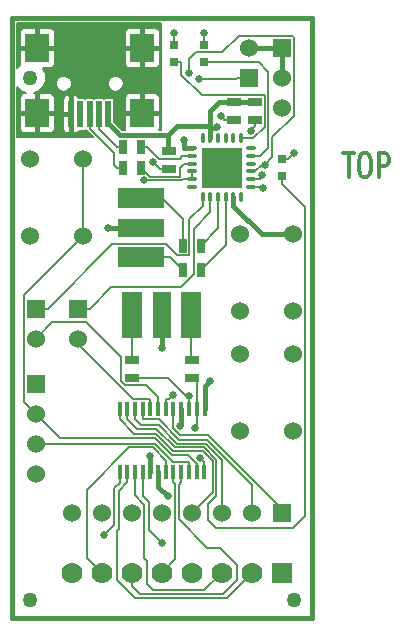
<source format=gtl>
G04 (created by PCBNEW-RS274X (2012-01-19 BZR 3256)-stable) date 9/30/2012 4:07:16 PM*
G01*
G70*
G90*
%MOIN*%
G04 Gerber Fmt 3.4, Leading zero omitted, Abs format*
%FSLAX34Y34*%
G04 APERTURE LIST*
%ADD10C,0.006000*%
%ADD11C,0.012000*%
%ADD12C,0.015000*%
%ADD13R,0.137800X0.137800*%
%ADD14O,0.039400X0.011800*%
%ADD15O,0.011800X0.039400*%
%ADD16R,0.079000X0.098000*%
%ADD17R,0.020000X0.091000*%
%ADD18C,0.060000*%
%ADD19R,0.016000X0.050000*%
%ADD20R,0.045000X0.025000*%
%ADD21R,0.025000X0.045000*%
%ADD22R,0.031400X0.031400*%
%ADD23R,0.060000X0.060000*%
%ADD24R,0.066900X0.157500*%
%ADD25R,0.059100X0.157500*%
%ADD26R,0.157500X0.066900*%
%ADD27R,0.157500X0.059100*%
%ADD28C,0.050000*%
%ADD29C,0.070000*%
%ADD30R,0.070000X0.070000*%
%ADD31C,0.025000*%
G04 APERTURE END LIST*
G54D10*
G54D11*
X71057Y-34524D02*
X71400Y-34524D01*
X71229Y-35324D02*
X71229Y-34524D01*
X71714Y-34524D02*
X71828Y-34524D01*
X71886Y-34562D01*
X71943Y-34638D01*
X71971Y-34790D01*
X71971Y-35057D01*
X71943Y-35210D01*
X71886Y-35286D01*
X71828Y-35324D01*
X71714Y-35324D01*
X71657Y-35286D01*
X71600Y-35210D01*
X71571Y-35057D01*
X71571Y-34790D01*
X71600Y-34638D01*
X71657Y-34562D01*
X71714Y-34524D01*
X72229Y-35324D02*
X72229Y-34524D01*
X72457Y-34524D01*
X72515Y-34562D01*
X72543Y-34600D01*
X72572Y-34676D01*
X72572Y-34790D01*
X72543Y-34867D01*
X72515Y-34905D01*
X72457Y-34943D01*
X72229Y-34943D01*
G54D12*
X60000Y-50000D02*
X70000Y-50000D01*
X60000Y-30000D02*
X60000Y-50000D01*
X70000Y-30000D02*
X60000Y-30000D01*
X70000Y-30000D02*
X70000Y-50000D01*
G54D13*
X67000Y-35000D03*
G54D14*
X67986Y-35640D03*
X67984Y-35384D03*
X67984Y-35128D03*
X67984Y-34872D03*
X67984Y-34616D03*
X67984Y-34360D03*
G54D15*
X67640Y-34016D03*
X67384Y-34016D03*
X67128Y-34016D03*
X66872Y-34016D03*
X66616Y-34016D03*
X66360Y-34016D03*
G54D14*
X66016Y-34360D03*
X66016Y-34616D03*
X66016Y-34872D03*
X66016Y-35128D03*
X66016Y-35384D03*
X66016Y-35640D03*
G54D15*
X66360Y-35984D03*
X66616Y-35984D03*
X66872Y-35984D03*
X67128Y-35984D03*
X67384Y-35984D03*
X67640Y-35984D03*
G54D16*
X64350Y-31020D03*
X60850Y-31020D03*
X60850Y-33190D03*
G54D17*
X63220Y-33225D03*
X61980Y-33225D03*
X62290Y-33225D03*
X62910Y-33225D03*
X62600Y-33225D03*
G54D16*
X64350Y-33190D03*
G54D18*
X67615Y-39780D03*
X67615Y-37220D03*
X69385Y-39780D03*
X69385Y-37220D03*
X62385Y-34720D03*
X62385Y-37280D03*
X60615Y-34720D03*
X60615Y-37280D03*
X67615Y-43780D03*
X67615Y-41220D03*
X69385Y-43780D03*
X69385Y-41220D03*
G54D19*
X63600Y-45150D03*
X63850Y-45150D03*
X64110Y-45150D03*
X64370Y-45150D03*
X64620Y-45150D03*
X64880Y-45150D03*
X65140Y-45150D03*
X65390Y-45150D03*
X65650Y-45150D03*
X65900Y-45150D03*
X66160Y-45150D03*
X66420Y-45150D03*
X66430Y-43050D03*
X66160Y-43050D03*
X65900Y-43050D03*
X65650Y-43050D03*
X65390Y-43050D03*
X65140Y-43050D03*
X64880Y-43050D03*
X64620Y-43050D03*
X64370Y-43050D03*
X64110Y-43050D03*
X63850Y-43050D03*
X63600Y-43050D03*
G54D20*
X68100Y-33400D03*
X68100Y-32800D03*
X67400Y-33400D03*
X67400Y-32800D03*
X65250Y-35050D03*
X65250Y-34450D03*
G54D21*
X65700Y-37600D03*
X66300Y-37600D03*
X65700Y-38400D03*
X66300Y-38400D03*
X63700Y-35000D03*
X64300Y-35000D03*
X63700Y-34300D03*
X64300Y-34300D03*
G54D20*
X64000Y-41400D03*
X64000Y-42000D03*
X66000Y-41400D03*
X66000Y-42000D03*
G54D22*
X69000Y-35295D03*
X69000Y-34705D03*
X65400Y-31495D03*
X65400Y-30905D03*
X66400Y-31495D03*
X66400Y-30905D03*
G54D18*
X63000Y-46500D03*
X64000Y-46500D03*
X62000Y-46500D03*
X65000Y-46500D03*
X66000Y-46500D03*
G54D23*
X69000Y-46500D03*
G54D18*
X68000Y-46500D03*
X67000Y-46500D03*
G54D23*
X69000Y-31000D03*
G54D18*
X69000Y-32000D03*
X69000Y-33000D03*
G54D23*
X62200Y-39700D03*
G54D18*
X62200Y-40700D03*
G54D23*
X60800Y-39700D03*
G54D18*
X60800Y-40700D03*
G54D23*
X67900Y-32000D03*
G54D18*
X67900Y-31000D03*
G54D24*
X65984Y-39900D03*
G54D25*
X65000Y-39900D03*
G54D24*
X64016Y-39900D03*
G54D26*
X64300Y-36016D03*
G54D27*
X64300Y-37000D03*
G54D26*
X64300Y-37984D03*
G54D18*
X60800Y-45200D03*
G54D23*
X60800Y-42200D03*
G54D18*
X60800Y-43200D03*
X60800Y-44200D03*
G54D28*
X60600Y-49400D03*
X60600Y-32000D03*
X69400Y-49400D03*
G54D29*
X63000Y-48500D03*
X64000Y-48500D03*
X62000Y-48500D03*
X65000Y-48500D03*
X66000Y-48500D03*
G54D30*
X69000Y-48500D03*
G54D29*
X68000Y-48500D03*
X67000Y-48500D03*
G54D31*
X66835Y-33631D03*
X63080Y-47250D03*
X65020Y-47520D03*
X63000Y-31000D03*
X63200Y-37000D03*
X65200Y-45950D03*
X66600Y-42100D03*
X62500Y-31500D03*
X62000Y-31000D03*
X65000Y-41000D03*
X64500Y-32000D03*
X65726Y-34095D03*
X62500Y-30500D03*
X64100Y-39900D03*
X65900Y-39900D03*
X64300Y-36100D03*
X66286Y-44687D03*
X69400Y-34500D03*
X68430Y-34897D03*
X65911Y-31852D03*
X64702Y-34819D03*
X68379Y-35679D03*
X67967Y-33764D03*
X65370Y-42591D03*
X65400Y-30500D03*
X66400Y-30500D03*
X64300Y-37900D03*
X64414Y-35425D03*
X66224Y-32041D03*
X68347Y-35255D03*
X66983Y-33290D03*
X64600Y-44600D03*
X65600Y-43600D03*
X66108Y-43690D03*
X65900Y-42612D03*
G54D12*
X66600Y-33680D02*
X66600Y-34000D01*
X66786Y-33680D02*
X66835Y-33631D01*
X66600Y-33600D02*
X66600Y-33680D01*
X66600Y-33680D02*
X66786Y-33680D01*
X63600Y-33900D02*
X65200Y-33900D01*
X65200Y-33900D02*
X65500Y-33600D01*
X68100Y-32800D02*
X67400Y-32800D01*
X66600Y-34000D02*
X66616Y-34016D01*
X66600Y-33100D02*
X66900Y-32800D01*
X63220Y-33225D02*
X63220Y-33520D01*
X66900Y-32800D02*
X67400Y-32800D01*
X65500Y-33600D02*
X66600Y-33600D01*
X65200Y-33900D02*
X65200Y-34400D01*
X66600Y-33600D02*
X66600Y-33100D01*
X65200Y-34400D02*
X65250Y-34450D01*
X63220Y-33520D02*
X63600Y-33900D01*
G54D10*
X63577Y-45766D02*
X63850Y-45493D01*
X64092Y-49332D02*
X64174Y-49332D01*
X68000Y-48500D02*
X67168Y-49332D01*
X63500Y-48740D02*
X64092Y-49332D01*
X63500Y-47122D02*
X63500Y-48740D01*
X63577Y-45824D02*
X63577Y-47045D01*
X63577Y-47045D02*
X63500Y-47122D01*
X63577Y-45824D02*
X63577Y-45766D01*
X64174Y-49332D02*
X67168Y-49332D01*
X63850Y-45493D02*
X63850Y-45150D01*
X69000Y-48500D02*
X69007Y-48500D01*
X63420Y-46910D02*
X63420Y-45679D01*
X63600Y-45493D02*
X63600Y-45150D01*
X63600Y-45499D02*
X63420Y-45679D01*
X63600Y-45493D02*
X63600Y-45499D01*
X63080Y-47250D02*
X63420Y-46910D01*
X64370Y-45930D02*
X64370Y-45150D01*
X64570Y-46130D02*
X64370Y-45930D01*
X64570Y-47070D02*
X64570Y-46130D01*
X65020Y-47520D02*
X64570Y-47070D01*
X64420Y-46231D02*
X64110Y-45921D01*
X64110Y-45921D02*
X64110Y-45150D01*
X64504Y-48104D02*
X64420Y-48020D01*
X64420Y-48020D02*
X64420Y-46231D01*
X64504Y-48870D02*
X64504Y-48104D01*
X67000Y-48500D02*
X66417Y-49083D01*
X64717Y-49083D02*
X64504Y-48870D01*
X66417Y-49083D02*
X64717Y-49083D01*
X66506Y-47668D02*
X66930Y-47668D01*
X65650Y-45150D02*
X65650Y-45493D01*
X64000Y-48938D02*
X64000Y-48500D01*
X65650Y-45493D02*
X65566Y-45577D01*
X66930Y-47668D02*
X67494Y-48232D01*
X65566Y-46728D02*
X66506Y-47668D01*
X67494Y-48743D02*
X67029Y-49208D01*
X65566Y-45577D02*
X65566Y-46728D01*
X64270Y-49208D02*
X64000Y-48938D01*
X67494Y-48232D02*
X67494Y-48743D01*
X67029Y-49208D02*
X64270Y-49208D01*
X65438Y-45541D02*
X65438Y-48062D01*
X65390Y-45493D02*
X65438Y-45541D01*
X65390Y-45150D02*
X65390Y-45493D01*
X65438Y-48062D02*
X65000Y-48500D01*
X66535Y-43917D02*
X65602Y-43917D01*
X69000Y-46382D02*
X69000Y-46500D01*
X65379Y-43404D02*
X65390Y-43393D01*
X65602Y-43917D02*
X65379Y-43694D01*
X65390Y-43050D02*
X65390Y-43393D01*
X65379Y-43694D02*
X65379Y-43404D01*
X68607Y-45989D02*
X66535Y-43917D01*
X68607Y-45989D02*
X69000Y-46382D01*
X68000Y-45572D02*
X66509Y-44081D01*
X64370Y-43050D02*
X64370Y-43393D01*
X68000Y-46500D02*
X68000Y-45572D01*
X65583Y-44081D02*
X64895Y-43393D01*
X64895Y-43393D02*
X64370Y-43393D01*
X66509Y-44081D02*
X65583Y-44081D01*
X64110Y-43050D02*
X64110Y-43393D01*
X67000Y-46500D02*
X67000Y-44747D01*
X67000Y-44747D02*
X66458Y-44205D01*
X64894Y-43584D02*
X64301Y-43584D01*
X65515Y-44205D02*
X64894Y-43584D01*
X64301Y-43584D02*
X64110Y-43393D01*
X66458Y-44205D02*
X65515Y-44205D01*
X66000Y-46500D02*
X66693Y-45807D01*
X66693Y-45807D02*
X66693Y-44786D01*
X66693Y-44786D02*
X66358Y-44451D01*
X66358Y-44451D02*
X65387Y-44451D01*
X65387Y-44451D02*
X64802Y-43866D01*
X64802Y-43866D02*
X64073Y-43866D01*
X64073Y-43866D02*
X63600Y-43393D01*
X63600Y-43050D02*
X63600Y-43393D01*
X67128Y-37572D02*
X67128Y-35984D01*
X66300Y-38400D02*
X67128Y-37572D01*
G54D12*
X69385Y-37220D02*
X68330Y-37220D01*
X65726Y-34095D02*
X65726Y-34360D01*
X64350Y-31020D02*
X64350Y-31850D01*
X65000Y-39900D02*
X65000Y-41000D01*
X67384Y-35984D02*
X67384Y-36274D01*
X64880Y-45150D02*
X64880Y-45630D01*
X66430Y-42270D02*
X66600Y-42100D01*
X66016Y-34360D02*
X65726Y-34360D01*
X63020Y-31020D02*
X63000Y-31000D01*
X64300Y-37000D02*
X63200Y-37000D01*
X64880Y-45630D02*
X65200Y-45950D01*
X62500Y-31000D02*
X62500Y-30500D01*
X66430Y-43050D02*
X66430Y-42270D01*
X61980Y-33190D02*
X61980Y-33018D01*
X63000Y-31000D02*
X62500Y-31000D01*
X62500Y-31000D02*
X62000Y-31000D01*
X62500Y-31000D02*
X62500Y-31500D01*
X68330Y-37220D02*
X67384Y-36274D01*
G54D10*
X61980Y-33225D02*
X61980Y-33190D01*
G54D12*
X64350Y-31020D02*
X63020Y-31020D01*
X64350Y-31850D02*
X64500Y-32000D01*
G54D10*
X65902Y-37919D02*
X65494Y-37919D01*
X65494Y-37919D02*
X65131Y-37556D01*
X65918Y-36716D02*
X65918Y-37903D01*
X65131Y-37556D02*
X63337Y-37556D01*
X66360Y-36274D02*
X65918Y-36716D01*
X60800Y-39700D02*
X61193Y-39700D01*
X66360Y-35984D02*
X66360Y-36274D01*
X63337Y-37556D02*
X61193Y-39700D01*
X65918Y-37903D02*
X65902Y-37919D01*
X65641Y-38975D02*
X66058Y-38558D01*
X63318Y-38975D02*
X65641Y-38975D01*
X66616Y-36490D02*
X66616Y-35984D01*
X66058Y-37048D02*
X66616Y-36490D01*
X62200Y-39700D02*
X62593Y-39700D01*
X62593Y-39700D02*
X63318Y-38975D01*
X66058Y-38558D02*
X66058Y-37048D01*
X64016Y-41384D02*
X64000Y-41400D01*
X64100Y-39900D02*
X64016Y-39900D01*
X64016Y-39900D02*
X64016Y-41384D01*
X65900Y-39900D02*
X65984Y-39900D01*
X65984Y-41384D02*
X66000Y-41400D01*
X65984Y-39900D02*
X65984Y-41384D01*
X64300Y-36016D02*
X65016Y-36016D01*
X65700Y-36700D02*
X65700Y-37600D01*
X65016Y-36016D02*
X65700Y-36700D01*
X64300Y-36100D02*
X64300Y-36016D01*
X66016Y-34872D02*
X65728Y-34872D01*
X65728Y-34872D02*
X65600Y-35000D01*
X65600Y-35300D02*
X64600Y-35300D01*
X64600Y-35300D02*
X64300Y-35000D01*
X65600Y-35000D02*
X65600Y-35300D01*
X64900Y-34700D02*
X64500Y-34300D01*
X66016Y-34616D02*
X65684Y-34616D01*
X64500Y-34300D02*
X64300Y-34300D01*
X65600Y-34700D02*
X64900Y-34700D01*
X65684Y-34616D02*
X65600Y-34700D01*
X62910Y-33710D02*
X63500Y-34300D01*
X62910Y-33225D02*
X62910Y-33710D01*
X63500Y-34300D02*
X63700Y-34300D01*
X66420Y-45150D02*
X66420Y-44807D01*
X66406Y-44807D02*
X66420Y-44807D01*
X66286Y-44687D02*
X66406Y-44807D01*
X69195Y-34705D02*
X69400Y-34500D01*
X69000Y-34705D02*
X69195Y-34705D01*
X65650Y-31495D02*
X65650Y-31898D01*
X68410Y-32578D02*
X68426Y-32594D01*
X65400Y-31495D02*
X65650Y-31495D01*
X68050Y-34016D02*
X67640Y-34016D01*
X68426Y-33640D02*
X68050Y-34016D01*
X68426Y-32594D02*
X68426Y-33640D01*
X66330Y-32578D02*
X68410Y-32578D01*
X65650Y-31898D02*
X66330Y-32578D01*
X69338Y-30606D02*
X67564Y-30606D01*
X65911Y-31394D02*
X65911Y-31852D01*
X68123Y-35128D02*
X68354Y-34897D01*
X68674Y-33988D02*
X69394Y-33268D01*
X68354Y-34897D02*
X68430Y-34897D01*
X67014Y-31156D02*
X66149Y-31156D01*
X64932Y-35050D02*
X64932Y-35049D01*
X64932Y-35049D02*
X64702Y-34819D01*
X65250Y-35050D02*
X64932Y-35050D01*
X67984Y-35128D02*
X68123Y-35128D01*
X69394Y-33268D02*
X69394Y-30662D01*
X66149Y-31156D02*
X65911Y-31394D01*
X67564Y-30606D02*
X67014Y-31156D01*
X68674Y-34653D02*
X68674Y-33988D01*
X69394Y-30662D02*
X69338Y-30606D01*
X68430Y-34897D02*
X68674Y-34653D01*
X67967Y-33751D02*
X68100Y-33618D01*
X67967Y-33764D02*
X67967Y-33751D01*
X68100Y-33400D02*
X68100Y-33618D01*
X68276Y-35640D02*
X68315Y-35679D01*
X67986Y-35640D02*
X68276Y-35640D01*
X68315Y-35679D02*
X68379Y-35679D01*
X65390Y-44807D02*
X65900Y-44807D01*
X64782Y-44199D02*
X65390Y-44807D01*
X60801Y-44199D02*
X64782Y-44199D01*
X60800Y-44200D02*
X60801Y-44199D01*
X65900Y-45150D02*
X65900Y-44807D01*
X60800Y-40700D02*
X61345Y-40155D01*
X62463Y-40155D02*
X63628Y-41320D01*
X61345Y-40155D02*
X62463Y-40155D01*
X63628Y-41320D02*
X63628Y-42125D01*
X64478Y-42256D02*
X64880Y-42658D01*
X63759Y-42256D02*
X64478Y-42256D01*
X64880Y-42658D02*
X64880Y-43050D01*
X63628Y-42125D02*
X63759Y-42256D01*
X65140Y-43050D02*
X65140Y-42707D01*
X65254Y-42707D02*
X65140Y-42707D01*
X65370Y-42591D02*
X65254Y-42707D01*
X66547Y-46200D02*
X66816Y-45931D01*
X66408Y-44328D02*
X65437Y-44328D01*
X69000Y-35295D02*
X69000Y-35545D01*
X69779Y-36324D02*
X69779Y-46603D01*
X66547Y-46742D02*
X66547Y-46200D01*
X64816Y-43707D02*
X64163Y-43707D01*
X66816Y-44736D02*
X66408Y-44328D01*
X66816Y-45931D02*
X66816Y-44736D01*
X69000Y-35545D02*
X69779Y-36324D01*
X69374Y-47008D02*
X66813Y-47008D01*
X63850Y-43394D02*
X63850Y-43050D01*
X65437Y-44328D02*
X64816Y-43707D01*
X69779Y-46603D02*
X69374Y-47008D01*
X64163Y-43707D02*
X63850Y-43394D01*
X66813Y-47008D02*
X66547Y-46742D01*
X65400Y-30905D02*
X65400Y-30500D01*
X66400Y-30500D02*
X66400Y-30905D01*
X67984Y-34616D02*
X68274Y-34616D01*
X68550Y-34340D02*
X68274Y-34616D01*
X68550Y-31800D02*
X68550Y-34340D01*
X68245Y-31495D02*
X68550Y-31800D01*
X66400Y-31495D02*
X68245Y-31495D01*
X65140Y-45150D02*
X65140Y-44767D01*
X65140Y-44767D02*
X64695Y-44322D01*
X62501Y-48001D02*
X63000Y-48500D01*
X62501Y-45733D02*
X62501Y-48001D01*
X64695Y-44322D02*
X63912Y-44322D01*
X63912Y-44322D02*
X62501Y-45733D01*
X62600Y-33225D02*
X62600Y-33700D01*
X63500Y-35000D02*
X63700Y-35000D01*
X63400Y-34900D02*
X63500Y-35000D01*
X62600Y-33700D02*
X63400Y-34500D01*
X63400Y-34500D02*
X63400Y-34900D01*
X64300Y-37900D02*
X64300Y-37984D01*
X65284Y-37984D02*
X65700Y-38400D01*
X64300Y-37984D02*
X65284Y-37984D01*
X62200Y-40873D02*
X62200Y-40700D01*
X64034Y-42707D02*
X62200Y-40873D01*
X64620Y-42707D02*
X64034Y-42707D01*
X64620Y-43050D02*
X64620Y-42707D01*
X60800Y-43200D02*
X61619Y-44019D01*
X62385Y-37280D02*
X62385Y-34720D01*
X64777Y-44019D02*
X65342Y-44584D01*
X65342Y-44584D02*
X65874Y-44584D01*
X61619Y-44019D02*
X64777Y-44019D01*
X60406Y-39259D02*
X62385Y-37280D01*
X60406Y-42806D02*
X60406Y-39259D01*
X66160Y-44870D02*
X66160Y-45150D01*
X60800Y-43200D02*
X60406Y-42806D01*
X65874Y-44584D02*
X66160Y-44870D01*
X64414Y-35425D02*
X65685Y-35425D01*
X67507Y-32000D02*
X67466Y-32041D01*
X66016Y-35384D02*
X65726Y-35384D01*
X65685Y-35425D02*
X65726Y-35384D01*
X67900Y-32000D02*
X67507Y-32000D01*
X66016Y-35384D02*
X66016Y-35128D01*
X67466Y-32041D02*
X66224Y-32041D01*
X67082Y-33389D02*
X67082Y-33400D01*
X68274Y-35328D02*
X68347Y-35255D01*
X67984Y-35384D02*
X68274Y-35384D01*
X67400Y-33400D02*
X67082Y-33400D01*
X68274Y-35384D02*
X68274Y-35328D01*
X66983Y-33290D02*
X67082Y-33389D01*
G54D12*
X64620Y-44620D02*
X64620Y-45150D01*
X67900Y-31000D02*
X69000Y-31000D01*
X69000Y-32000D02*
X69000Y-31000D01*
X65600Y-43600D02*
X65650Y-43550D01*
X64600Y-44600D02*
X64620Y-44620D01*
X65650Y-43550D02*
X65650Y-43050D01*
G54D10*
X66160Y-43050D02*
X66160Y-43638D01*
X66160Y-42160D02*
X66000Y-42000D01*
X66160Y-43638D02*
X66108Y-43690D01*
X66160Y-43050D02*
X66160Y-42160D01*
X65900Y-43050D02*
X65900Y-42700D01*
X65900Y-42700D02*
X65200Y-42000D01*
X65900Y-42700D02*
X65900Y-42612D01*
X65200Y-42000D02*
X64000Y-42000D01*
X66872Y-37028D02*
X66300Y-37600D01*
X66872Y-35984D02*
X66872Y-37028D01*
G36*
X64970Y-33735D02*
X64917Y-33735D01*
X64925Y-33716D01*
X64925Y-33644D01*
X64925Y-33280D01*
X64925Y-33100D01*
X64925Y-32736D01*
X64925Y-32664D01*
X64925Y-31546D01*
X64925Y-31474D01*
X64925Y-31110D01*
X64925Y-30930D01*
X64925Y-30566D01*
X64925Y-30494D01*
X64898Y-30428D01*
X64847Y-30377D01*
X64781Y-30350D01*
X64440Y-30350D01*
X64395Y-30395D01*
X64395Y-30975D01*
X64880Y-30975D01*
X64925Y-30930D01*
X64925Y-31110D01*
X64880Y-31065D01*
X64395Y-31065D01*
X64395Y-31645D01*
X64440Y-31690D01*
X64781Y-31690D01*
X64847Y-31663D01*
X64898Y-31612D01*
X64925Y-31546D01*
X64925Y-32664D01*
X64898Y-32598D01*
X64847Y-32547D01*
X64781Y-32520D01*
X64440Y-32520D01*
X64395Y-32565D01*
X64395Y-33145D01*
X64880Y-33145D01*
X64925Y-33100D01*
X64925Y-33280D01*
X64880Y-33235D01*
X64425Y-33235D01*
X64395Y-33235D01*
X64305Y-33235D01*
X64305Y-33145D01*
X64305Y-32565D01*
X64305Y-31645D01*
X64305Y-31065D01*
X64305Y-30975D01*
X64305Y-30395D01*
X64260Y-30350D01*
X63919Y-30350D01*
X63853Y-30377D01*
X63802Y-30428D01*
X63775Y-30494D01*
X63775Y-30566D01*
X63775Y-30930D01*
X63820Y-30975D01*
X64305Y-30975D01*
X64305Y-31065D01*
X63820Y-31065D01*
X63775Y-31110D01*
X63775Y-31474D01*
X63775Y-31546D01*
X63802Y-31612D01*
X63853Y-31663D01*
X63919Y-31690D01*
X64260Y-31690D01*
X64305Y-31645D01*
X64305Y-32565D01*
X64260Y-32520D01*
X63919Y-32520D01*
X63853Y-32547D01*
X63802Y-32598D01*
X63775Y-32664D01*
X63775Y-32736D01*
X63775Y-33100D01*
X63820Y-33145D01*
X64305Y-33145D01*
X64305Y-33235D01*
X64275Y-33235D01*
X63820Y-33235D01*
X63775Y-33280D01*
X63775Y-33644D01*
X63775Y-33716D01*
X63782Y-33735D01*
X63730Y-33735D01*
X63730Y-32253D01*
X63730Y-32148D01*
X63690Y-32051D01*
X63616Y-31976D01*
X63518Y-31935D01*
X63413Y-31935D01*
X63316Y-31975D01*
X63241Y-32049D01*
X63200Y-32147D01*
X63200Y-32252D01*
X63240Y-32349D01*
X63314Y-32424D01*
X63412Y-32465D01*
X63517Y-32465D01*
X63614Y-32425D01*
X63689Y-32351D01*
X63730Y-32253D01*
X63730Y-33735D01*
X63668Y-33735D01*
X63409Y-33475D01*
X63409Y-32752D01*
X63395Y-32719D01*
X63370Y-32694D01*
X63337Y-32681D01*
X63302Y-32681D01*
X63102Y-32681D01*
X63069Y-32695D01*
X63065Y-32699D01*
X63060Y-32694D01*
X63027Y-32681D01*
X62992Y-32681D01*
X62792Y-32681D01*
X62759Y-32695D01*
X62755Y-32699D01*
X62750Y-32694D01*
X62717Y-32681D01*
X62682Y-32681D01*
X62482Y-32681D01*
X62449Y-32695D01*
X62445Y-32699D01*
X62440Y-32694D01*
X62407Y-32681D01*
X62372Y-32681D01*
X62238Y-32681D01*
X62233Y-32668D01*
X62182Y-32617D01*
X62116Y-32590D01*
X62070Y-32590D01*
X62025Y-32635D01*
X62025Y-33150D01*
X62025Y-33180D01*
X62025Y-33270D01*
X62025Y-33300D01*
X62025Y-33815D01*
X62070Y-33860D01*
X62116Y-33860D01*
X62182Y-33833D01*
X62233Y-33782D01*
X62238Y-33769D01*
X62408Y-33769D01*
X62441Y-33755D01*
X62445Y-33751D01*
X62450Y-33756D01*
X62483Y-33769D01*
X62504Y-33769D01*
X62515Y-33785D01*
X62700Y-33970D01*
X62000Y-33970D01*
X62000Y-32253D01*
X62000Y-32148D01*
X61960Y-32051D01*
X61886Y-31976D01*
X61788Y-31935D01*
X61683Y-31935D01*
X61586Y-31975D01*
X61511Y-32049D01*
X61470Y-32147D01*
X61470Y-32252D01*
X61510Y-32349D01*
X61584Y-32424D01*
X61682Y-32465D01*
X61787Y-32465D01*
X61884Y-32425D01*
X61959Y-32351D01*
X62000Y-32253D01*
X62000Y-33970D01*
X61935Y-33970D01*
X61935Y-33815D01*
X61935Y-33270D01*
X61935Y-33180D01*
X61935Y-32635D01*
X61890Y-32590D01*
X61844Y-32590D01*
X61778Y-32617D01*
X61727Y-32668D01*
X61700Y-32734D01*
X61700Y-32806D01*
X61700Y-33135D01*
X61745Y-33180D01*
X61935Y-33180D01*
X61935Y-33270D01*
X61745Y-33270D01*
X61700Y-33315D01*
X61700Y-33644D01*
X61700Y-33716D01*
X61727Y-33782D01*
X61778Y-33833D01*
X61844Y-33860D01*
X61890Y-33860D01*
X61935Y-33815D01*
X61935Y-33970D01*
X61425Y-33970D01*
X61425Y-33716D01*
X61425Y-33644D01*
X61425Y-33280D01*
X61425Y-33100D01*
X61425Y-32736D01*
X61425Y-32664D01*
X61398Y-32598D01*
X61347Y-32547D01*
X61281Y-32520D01*
X60940Y-32520D01*
X60895Y-32565D01*
X60895Y-33145D01*
X61380Y-33145D01*
X61425Y-33100D01*
X61425Y-33280D01*
X61380Y-33235D01*
X60895Y-33235D01*
X60895Y-33815D01*
X60940Y-33860D01*
X61281Y-33860D01*
X61347Y-33833D01*
X61398Y-33782D01*
X61425Y-33716D01*
X61425Y-33970D01*
X60805Y-33970D01*
X60805Y-33815D01*
X60805Y-33235D01*
X60320Y-33235D01*
X60275Y-33280D01*
X60275Y-33644D01*
X60275Y-33716D01*
X60302Y-33782D01*
X60353Y-33833D01*
X60419Y-33860D01*
X60760Y-33860D01*
X60805Y-33815D01*
X60805Y-33970D01*
X60165Y-33970D01*
X60165Y-32314D01*
X60299Y-32449D01*
X60469Y-32520D01*
X60419Y-32520D01*
X60353Y-32547D01*
X60302Y-32598D01*
X60275Y-32664D01*
X60275Y-32736D01*
X60275Y-33100D01*
X60320Y-33145D01*
X60805Y-33145D01*
X60805Y-32565D01*
X60760Y-32520D01*
X60729Y-32520D01*
X60900Y-32449D01*
X61049Y-32301D01*
X61130Y-32106D01*
X61130Y-31895D01*
X61049Y-31700D01*
X61039Y-31690D01*
X61281Y-31690D01*
X61347Y-31663D01*
X61398Y-31612D01*
X61425Y-31546D01*
X61425Y-31474D01*
X61425Y-31110D01*
X61425Y-30930D01*
X61425Y-30566D01*
X61425Y-30494D01*
X61398Y-30428D01*
X61347Y-30377D01*
X61281Y-30350D01*
X60940Y-30350D01*
X60895Y-30395D01*
X60895Y-30975D01*
X61380Y-30975D01*
X61425Y-30930D01*
X61425Y-31110D01*
X61380Y-31065D01*
X60925Y-31065D01*
X60895Y-31065D01*
X60805Y-31065D01*
X60805Y-30975D01*
X60805Y-30395D01*
X60760Y-30350D01*
X60419Y-30350D01*
X60353Y-30377D01*
X60302Y-30428D01*
X60275Y-30494D01*
X60275Y-30566D01*
X60275Y-30930D01*
X60320Y-30975D01*
X60805Y-30975D01*
X60805Y-31065D01*
X60775Y-31065D01*
X60320Y-31065D01*
X60275Y-31110D01*
X60275Y-31474D01*
X60275Y-31546D01*
X60283Y-31567D01*
X60165Y-31685D01*
X60165Y-30165D01*
X64970Y-30165D01*
X64970Y-33735D01*
X64970Y-33735D01*
G37*
X64970Y-33735D02*
X64917Y-33735D01*
X64925Y-33716D01*
X64925Y-33644D01*
X64925Y-33280D01*
X64925Y-33100D01*
X64925Y-32736D01*
X64925Y-32664D01*
X64925Y-31546D01*
X64925Y-31474D01*
X64925Y-31110D01*
X64925Y-30930D01*
X64925Y-30566D01*
X64925Y-30494D01*
X64898Y-30428D01*
X64847Y-30377D01*
X64781Y-30350D01*
X64440Y-30350D01*
X64395Y-30395D01*
X64395Y-30975D01*
X64880Y-30975D01*
X64925Y-30930D01*
X64925Y-31110D01*
X64880Y-31065D01*
X64395Y-31065D01*
X64395Y-31645D01*
X64440Y-31690D01*
X64781Y-31690D01*
X64847Y-31663D01*
X64898Y-31612D01*
X64925Y-31546D01*
X64925Y-32664D01*
X64898Y-32598D01*
X64847Y-32547D01*
X64781Y-32520D01*
X64440Y-32520D01*
X64395Y-32565D01*
X64395Y-33145D01*
X64880Y-33145D01*
X64925Y-33100D01*
X64925Y-33280D01*
X64880Y-33235D01*
X64425Y-33235D01*
X64395Y-33235D01*
X64305Y-33235D01*
X64305Y-33145D01*
X64305Y-32565D01*
X64305Y-31645D01*
X64305Y-31065D01*
X64305Y-30975D01*
X64305Y-30395D01*
X64260Y-30350D01*
X63919Y-30350D01*
X63853Y-30377D01*
X63802Y-30428D01*
X63775Y-30494D01*
X63775Y-30566D01*
X63775Y-30930D01*
X63820Y-30975D01*
X64305Y-30975D01*
X64305Y-31065D01*
X63820Y-31065D01*
X63775Y-31110D01*
X63775Y-31474D01*
X63775Y-31546D01*
X63802Y-31612D01*
X63853Y-31663D01*
X63919Y-31690D01*
X64260Y-31690D01*
X64305Y-31645D01*
X64305Y-32565D01*
X64260Y-32520D01*
X63919Y-32520D01*
X63853Y-32547D01*
X63802Y-32598D01*
X63775Y-32664D01*
X63775Y-32736D01*
X63775Y-33100D01*
X63820Y-33145D01*
X64305Y-33145D01*
X64305Y-33235D01*
X64275Y-33235D01*
X63820Y-33235D01*
X63775Y-33280D01*
X63775Y-33644D01*
X63775Y-33716D01*
X63782Y-33735D01*
X63730Y-33735D01*
X63730Y-32253D01*
X63730Y-32148D01*
X63690Y-32051D01*
X63616Y-31976D01*
X63518Y-31935D01*
X63413Y-31935D01*
X63316Y-31975D01*
X63241Y-32049D01*
X63200Y-32147D01*
X63200Y-32252D01*
X63240Y-32349D01*
X63314Y-32424D01*
X63412Y-32465D01*
X63517Y-32465D01*
X63614Y-32425D01*
X63689Y-32351D01*
X63730Y-32253D01*
X63730Y-33735D01*
X63668Y-33735D01*
X63409Y-33475D01*
X63409Y-32752D01*
X63395Y-32719D01*
X63370Y-32694D01*
X63337Y-32681D01*
X63302Y-32681D01*
X63102Y-32681D01*
X63069Y-32695D01*
X63065Y-32699D01*
X63060Y-32694D01*
X63027Y-32681D01*
X62992Y-32681D01*
X62792Y-32681D01*
X62759Y-32695D01*
X62755Y-32699D01*
X62750Y-32694D01*
X62717Y-32681D01*
X62682Y-32681D01*
X62482Y-32681D01*
X62449Y-32695D01*
X62445Y-32699D01*
X62440Y-32694D01*
X62407Y-32681D01*
X62372Y-32681D01*
X62238Y-32681D01*
X62233Y-32668D01*
X62182Y-32617D01*
X62116Y-32590D01*
X62070Y-32590D01*
X62025Y-32635D01*
X62025Y-33150D01*
X62025Y-33180D01*
X62025Y-33270D01*
X62025Y-33300D01*
X62025Y-33815D01*
X62070Y-33860D01*
X62116Y-33860D01*
X62182Y-33833D01*
X62233Y-33782D01*
X62238Y-33769D01*
X62408Y-33769D01*
X62441Y-33755D01*
X62445Y-33751D01*
X62450Y-33756D01*
X62483Y-33769D01*
X62504Y-33769D01*
X62515Y-33785D01*
X62700Y-33970D01*
X62000Y-33970D01*
X62000Y-32253D01*
X62000Y-32148D01*
X61960Y-32051D01*
X61886Y-31976D01*
X61788Y-31935D01*
X61683Y-31935D01*
X61586Y-31975D01*
X61511Y-32049D01*
X61470Y-32147D01*
X61470Y-32252D01*
X61510Y-32349D01*
X61584Y-32424D01*
X61682Y-32465D01*
X61787Y-32465D01*
X61884Y-32425D01*
X61959Y-32351D01*
X62000Y-32253D01*
X62000Y-33970D01*
X61935Y-33970D01*
X61935Y-33815D01*
X61935Y-33270D01*
X61935Y-33180D01*
X61935Y-32635D01*
X61890Y-32590D01*
X61844Y-32590D01*
X61778Y-32617D01*
X61727Y-32668D01*
X61700Y-32734D01*
X61700Y-32806D01*
X61700Y-33135D01*
X61745Y-33180D01*
X61935Y-33180D01*
X61935Y-33270D01*
X61745Y-33270D01*
X61700Y-33315D01*
X61700Y-33644D01*
X61700Y-33716D01*
X61727Y-33782D01*
X61778Y-33833D01*
X61844Y-33860D01*
X61890Y-33860D01*
X61935Y-33815D01*
X61935Y-33970D01*
X61425Y-33970D01*
X61425Y-33716D01*
X61425Y-33644D01*
X61425Y-33280D01*
X61425Y-33100D01*
X61425Y-32736D01*
X61425Y-32664D01*
X61398Y-32598D01*
X61347Y-32547D01*
X61281Y-32520D01*
X60940Y-32520D01*
X60895Y-32565D01*
X60895Y-33145D01*
X61380Y-33145D01*
X61425Y-33100D01*
X61425Y-33280D01*
X61380Y-33235D01*
X60895Y-33235D01*
X60895Y-33815D01*
X60940Y-33860D01*
X61281Y-33860D01*
X61347Y-33833D01*
X61398Y-33782D01*
X61425Y-33716D01*
X61425Y-33970D01*
X60805Y-33970D01*
X60805Y-33815D01*
X60805Y-33235D01*
X60320Y-33235D01*
X60275Y-33280D01*
X60275Y-33644D01*
X60275Y-33716D01*
X60302Y-33782D01*
X60353Y-33833D01*
X60419Y-33860D01*
X60760Y-33860D01*
X60805Y-33815D01*
X60805Y-33970D01*
X60165Y-33970D01*
X60165Y-32314D01*
X60299Y-32449D01*
X60469Y-32520D01*
X60419Y-32520D01*
X60353Y-32547D01*
X60302Y-32598D01*
X60275Y-32664D01*
X60275Y-32736D01*
X60275Y-33100D01*
X60320Y-33145D01*
X60805Y-33145D01*
X60805Y-32565D01*
X60760Y-32520D01*
X60729Y-32520D01*
X60900Y-32449D01*
X61049Y-32301D01*
X61130Y-32106D01*
X61130Y-31895D01*
X61049Y-31700D01*
X61039Y-31690D01*
X61281Y-31690D01*
X61347Y-31663D01*
X61398Y-31612D01*
X61425Y-31546D01*
X61425Y-31474D01*
X61425Y-31110D01*
X61425Y-30930D01*
X61425Y-30566D01*
X61425Y-30494D01*
X61398Y-30428D01*
X61347Y-30377D01*
X61281Y-30350D01*
X60940Y-30350D01*
X60895Y-30395D01*
X60895Y-30975D01*
X61380Y-30975D01*
X61425Y-30930D01*
X61425Y-31110D01*
X61380Y-31065D01*
X60925Y-31065D01*
X60895Y-31065D01*
X60805Y-31065D01*
X60805Y-30975D01*
X60805Y-30395D01*
X60760Y-30350D01*
X60419Y-30350D01*
X60353Y-30377D01*
X60302Y-30428D01*
X60275Y-30494D01*
X60275Y-30566D01*
X60275Y-30930D01*
X60320Y-30975D01*
X60805Y-30975D01*
X60805Y-31065D01*
X60775Y-31065D01*
X60320Y-31065D01*
X60275Y-31110D01*
X60275Y-31474D01*
X60275Y-31546D01*
X60283Y-31567D01*
X60165Y-31685D01*
X60165Y-30165D01*
X64970Y-30165D01*
X64970Y-33735D01*
M02*

</source>
